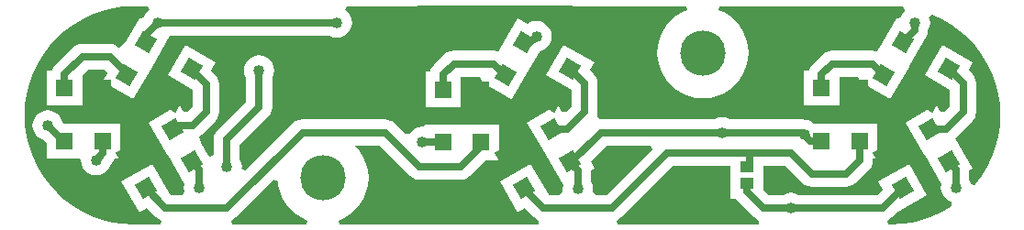
<source format=gtl>
%FSLAX25Y25*%
%MOIN*%
G70*
G01*
G75*
G04 Layer_Physical_Order=1*
G04 Layer_Color=255*
%ADD10R,0.05906X0.05906*%
%ADD11P,0.08352X4X195.0*%
%ADD12P,0.08352X4X75.0*%
%ADD13R,0.05000X0.04000*%
%ADD14C,0.02500*%
%ADD15C,0.16500*%
%ADD16C,0.04000*%
G36*
X1118000Y974500D02*
Y968500D01*
X1119931D01*
X1120612Y967612D01*
X1120612Y967612D01*
X1120612Y967612D01*
X1126612Y961612D01*
X1127604Y960851D01*
X1128438Y960506D01*
X1128145Y959035D01*
X1076855D01*
X1076562Y960506D01*
X1077057Y960711D01*
X1077396Y960851D01*
X1078388Y961612D01*
Y961612D01*
X1078388D01*
D01*
D01*
D01*
D01*
D01*
D01*
X1078388D01*
D01*
X1078388D01*
Y961612D01*
D01*
D01*
D01*
D01*
Y961612D01*
D01*
D01*
D01*
D01*
D01*
D01*
Y961612D01*
D01*
D01*
X1078388D01*
D01*
D01*
D01*
X1096984Y980209D01*
X1118000D01*
Y974500D01*
D02*
G37*
G36*
X1089548Y986323D02*
X1073015Y969791D01*
X1068894D01*
X1067905Y970919D01*
X1068048Y972000D01*
X1067858Y973436D01*
X1067304Y974774D01*
X1067291Y974791D01*
Y978654D01*
X1067282Y978726D01*
X1068613Y979494D01*
X1067185Y981967D01*
X1072927Y987709D01*
X1088974D01*
X1089548Y986323D01*
D02*
G37*
G36*
X953540Y974839D02*
X953653Y973411D01*
X954259Y970885D01*
X955253Y968486D01*
X956610Y966272D01*
X958297Y964297D01*
X960272Y962610D01*
X962486Y961253D01*
X964290Y960506D01*
X963997Y959035D01*
X936855D01*
X936562Y960506D01*
X937057Y960711D01*
X937395Y960851D01*
X938388Y961612D01*
X952133Y975358D01*
X953540Y974839D01*
D02*
G37*
G36*
X1180146Y1038305D02*
X1181081Y1038167D01*
X1181458Y1036714D01*
X1181077Y1036423D01*
X1180196Y1035274D01*
X1179861Y1034465D01*
X1178440Y1033983D01*
X1178230Y1034104D01*
X1171870Y1023089D01*
X1171870D01*
X1171870Y1023089D01*
X1171777Y1022928D01*
X1171558Y1022549D01*
X1171340Y1022171D01*
X1171247Y1022009D01*
X1171247D01*
X1171247Y1022009D01*
X1171215Y1021955D01*
X1170798Y1022128D01*
X1169558Y1022291D01*
X1155000D01*
X1153760Y1022128D01*
X1152604Y1021649D01*
X1151612Y1020888D01*
X1147723Y1016998D01*
X1146961Y1016006D01*
X1146585Y1015098D01*
X1144658D01*
Y1002193D01*
X1157563D01*
Y1012709D01*
X1164377D01*
X1165127Y1011410D01*
X1164887Y1010994D01*
X1176064Y1004541D01*
X1182516Y1015718D01*
Y1015718D01*
X1182516Y1015718D01*
X1182516D01*
X1182953Y1016475D01*
X1183047Y1016637D01*
X1183047D01*
X1183047Y1016637D01*
X1189406Y1027651D01*
X1189315Y1027704D01*
X1189628Y1028458D01*
X1189791Y1029698D01*
Y1029709D01*
X1189804Y1029726D01*
X1190358Y1031064D01*
X1190547Y1032500D01*
X1190358Y1033936D01*
X1190128Y1034491D01*
X1191163Y1035578D01*
X1191460Y1035471D01*
X1194987Y1033803D01*
X1198332Y1031798D01*
X1201465Y1029475D01*
X1204355Y1026855D01*
X1206975Y1023965D01*
X1209298Y1020832D01*
X1211303Y1017486D01*
X1212971Y1013960D01*
X1214285Y1010288D01*
X1215233Y1006504D01*
X1215805Y1002646D01*
X1215997Y998750D01*
X1215805Y994854D01*
X1215233Y990996D01*
X1214285Y987212D01*
X1212971Y983540D01*
X1211303Y980013D01*
X1209298Y976668D01*
X1206975Y973535D01*
X1206808Y973351D01*
X1205377Y973799D01*
X1205358Y973936D01*
X1204804Y975274D01*
X1204791Y975291D01*
Y978731D01*
X1206113Y979494D01*
X1199765Y990489D01*
X1205888Y996612D01*
X1206649Y997604D01*
X1206847Y998083D01*
X1207128Y998760D01*
X1207291Y1000000D01*
Y1010442D01*
X1207128Y1011682D01*
X1207128Y1011682D01*
Y1011682D01*
X1207128D01*
X1207128Y1011682D01*
D01*
D01*
D01*
Y1011682D01*
X1207128D01*
D01*
X1207128D01*
D01*
D01*
D01*
X1206649Y1012838D01*
X1205888Y1013830D01*
X1204502Y1015216D01*
X1206113Y1018006D01*
X1194936Y1024459D01*
X1188484Y1013282D01*
X1197709Y1007956D01*
Y1001985D01*
X1195676Y999951D01*
X1194189Y1000147D01*
X1192770Y1002604D01*
X1181594Y996151D01*
X1188047Y984975D01*
X1188047Y984975D01*
X1188484Y984218D01*
X1188484D01*
X1188484Y984218D01*
X1194600Y973623D01*
X1194452Y972500D01*
X1194642Y971064D01*
X1195196Y969726D01*
X1196077Y968577D01*
X1197226Y967696D01*
X1198255Y967270D01*
X1198413Y965991D01*
X1198379Y965737D01*
X1198332Y965702D01*
X1194987Y963697D01*
X1191460Y962029D01*
X1187788Y960715D01*
X1184004Y959767D01*
X1180146Y959195D01*
X1176423Y959012D01*
X1176250Y959035D01*
X1175236D01*
X1174943Y960506D01*
X1175438Y960711D01*
X1175776Y960851D01*
X1176769Y961612D01*
Y961612D01*
X1176769D01*
D01*
D01*
D01*
D01*
D01*
D01*
X1176769D01*
D01*
X1176769D01*
Y961612D01*
D01*
D01*
D01*
D01*
Y961612D01*
D01*
D01*
D01*
D01*
D01*
D01*
Y961612D01*
D01*
D01*
X1176769D01*
D01*
D01*
D01*
X1178993Y963837D01*
X1189406Y969849D01*
X1182953Y981025D01*
X1171777Y974572D01*
X1173388Y971782D01*
X1171397Y969791D01*
X1142791D01*
X1142774Y969804D01*
X1141436Y970358D01*
X1140000Y970547D01*
X1138564Y970358D01*
X1137226Y969804D01*
X1137209Y969791D01*
X1131985D01*
X1130000Y971776D01*
Y974500D01*
Y980209D01*
X1138015D01*
X1144112Y974112D01*
D01*
X1144112Y974112D01*
X1144112Y974112D01*
D01*
D01*
D01*
X1144112Y974112D01*
Y974112D01*
X1145105Y973351D01*
X1146260Y972872D01*
X1147500Y972709D01*
X1160000D01*
X1161240Y972872D01*
X1162057Y973211D01*
X1162395Y973351D01*
X1163388Y974112D01*
Y974112D01*
X1163388D01*
D01*
D01*
D01*
D01*
D01*
D01*
X1163388D01*
D01*
X1163388D01*
Y974112D01*
D01*
D01*
D01*
D01*
Y974112D01*
D01*
D01*
D01*
D01*
D01*
D01*
Y974112D01*
D01*
D01*
X1163388D01*
D01*
D01*
D01*
X1168388Y979112D01*
X1169149Y980105D01*
X1169628Y981260D01*
X1169791Y982500D01*
Y982902D01*
X1171342D01*
Y995807D01*
X1158437D01*
D01*
D01*
X1158437Y995807D01*
X1157563D01*
Y995807D01*
X1148418D01*
X1147676Y996377D01*
X1146338Y996931D01*
X1145389Y997056D01*
X1145215Y997128D01*
X1143975Y997291D01*
X1117791D01*
X1117774Y997304D01*
X1116436Y997858D01*
X1115000Y998048D01*
X1113564Y997858D01*
X1112226Y997304D01*
X1112209Y997291D01*
X1070942D01*
X1070395Y997219D01*
X1069482Y998409D01*
X1069628Y998760D01*
X1069791Y1000000D01*
Y1010442D01*
X1069628Y1011682D01*
X1069628Y1011682D01*
Y1011682D01*
X1069628D01*
X1069628Y1011682D01*
D01*
D01*
D01*
Y1011682D01*
X1069628D01*
D01*
X1069628D01*
D01*
D01*
D01*
X1069149Y1012838D01*
X1068388Y1013830D01*
X1067002Y1015216D01*
X1068613Y1018006D01*
X1057436Y1024459D01*
X1050984Y1013282D01*
X1060209Y1007956D01*
Y1001985D01*
X1058176Y999951D01*
X1056689Y1000147D01*
X1055270Y1002604D01*
X1044094Y996151D01*
X1050547Y984975D01*
X1050547Y984975D01*
X1050984Y984218D01*
X1050984D01*
X1050984Y984218D01*
X1057170Y973504D01*
X1057142Y973436D01*
X1056952Y972000D01*
X1057095Y970919D01*
X1056106Y969791D01*
X1051985D01*
X1051878Y969898D01*
X1045453Y981025D01*
X1034277Y974572D01*
X1040730Y963396D01*
X1043328Y964896D01*
X1046612Y961612D01*
X1047604Y960851D01*
X1048438Y960506D01*
X1048145Y959035D01*
X976003D01*
X975710Y960506D01*
X977514Y961253D01*
X979728Y962610D01*
X981703Y964297D01*
X983390Y966272D01*
X984747Y968486D01*
X985741Y970885D01*
X986347Y973411D01*
X986551Y976000D01*
X986347Y978589D01*
X985741Y981115D01*
X984747Y983514D01*
X983390Y985728D01*
X981703Y987703D01*
X981705Y987709D01*
X990516D01*
X1001612Y976612D01*
D01*
X1001612Y976612D01*
X1001612Y976612D01*
D01*
D01*
D01*
X1001612Y976612D01*
Y976612D01*
X1002604Y975851D01*
X1003760Y975372D01*
X1005000Y975209D01*
X1020000D01*
X1021240Y975372D01*
X1022057Y975711D01*
X1022396Y975851D01*
X1023388Y976612D01*
Y976612D01*
X1023388D01*
D01*
D01*
D01*
D01*
D01*
D01*
X1023388D01*
D01*
X1023388D01*
Y976612D01*
D01*
D01*
D01*
D01*
Y976612D01*
D01*
D01*
D01*
D01*
D01*
D01*
Y976612D01*
D01*
D01*
X1023388D01*
D01*
D01*
D01*
X1029177Y982402D01*
X1033842D01*
Y995307D01*
X1020937D01*
D01*
D01*
X1020937Y995307D01*
X1020063D01*
Y995307D01*
X1007158D01*
Y995307D01*
X1006402Y994645D01*
X1006086Y994686D01*
X1004650Y994497D01*
X1003312Y993943D01*
X1002163Y993061D01*
X1001358Y992012D01*
X999861Y991914D01*
X995888Y995888D01*
X994895Y996649D01*
X994557Y996789D01*
X993740Y997128D01*
X992500Y997291D01*
X962500D01*
X961260Y997128D01*
X960104Y996649D01*
X959112Y995888D01*
X941791Y978567D01*
X940446Y979230D01*
X940547Y980000D01*
X940358Y981436D01*
X939804Y982774D01*
X939791Y982791D01*
Y988015D01*
X950140Y998364D01*
X950901Y999356D01*
X951380Y1000512D01*
X951543Y1001752D01*
D01*
D01*
D01*
D01*
D01*
X951543D01*
D01*
D01*
D01*
D01*
Y1001752D01*
X951543D01*
D01*
Y1001752D01*
D01*
D01*
D01*
D01*
D01*
D01*
D01*
D01*
D01*
D01*
D01*
D01*
Y1001752D01*
D01*
X951543D01*
D01*
D01*
D01*
D01*
X951543Y1001752D01*
Y1012209D01*
X951556Y1012226D01*
X952110Y1013564D01*
X952299Y1015000D01*
X952110Y1016436D01*
X951556Y1017774D01*
X950675Y1018923D01*
X949526Y1019804D01*
X948188Y1020358D01*
X946752Y1020547D01*
X945316Y1020358D01*
X943978Y1019804D01*
X942829Y1018923D01*
X941948Y1017774D01*
X941393Y1016436D01*
X941204Y1015000D01*
X941393Y1013564D01*
X941948Y1012226D01*
X941961Y1012209D01*
Y1003736D01*
X931612Y993388D01*
X930851Y992395D01*
X930711Y992057D01*
X930372Y991240D01*
X930209Y990000D01*
Y984487D01*
X928864Y983823D01*
X928415Y984168D01*
X925757Y988771D01*
X924895Y990851D01*
X925888Y991612D01*
X930888Y996612D01*
X931649Y997604D01*
X932128Y998760D01*
X932291Y1000000D01*
Y1010000D01*
X932128Y1011240D01*
X931649Y1012395D01*
X930888Y1013388D01*
X929340Y1014935D01*
X931113Y1018006D01*
X919936Y1024459D01*
X913484Y1013282D01*
X922709Y1007956D01*
Y1001985D01*
X920676Y999951D01*
X919189Y1000147D01*
X917770Y1002604D01*
X906594Y996151D01*
X912953Y985137D01*
X912953Y985137D01*
X912953D01*
X913047Y984975D01*
X913484Y984218D01*
X913484D01*
D01*
D01*
D01*
X913484Y984218D01*
X913484D01*
X919600Y973623D01*
X919452Y972500D01*
X919642Y971064D01*
X919652Y971038D01*
X918819Y969791D01*
X914786D01*
X913965Y970612D01*
X907953Y981025D01*
X896777Y974572D01*
X903230Y963396D01*
X906020Y965007D01*
X909414Y961612D01*
X910406Y960851D01*
X911240Y960506D01*
X910947Y959035D01*
X901250D01*
X901077Y959012D01*
X897354Y959195D01*
X893496Y959767D01*
X889712Y960715D01*
X886040Y962029D01*
X882514Y963697D01*
X879168Y965702D01*
X876035Y968025D01*
X873145Y970645D01*
X870525Y973535D01*
X868202Y976668D01*
X866197Y980013D01*
X864529Y983540D01*
X863215Y987212D01*
X862267Y990996D01*
X861695Y994854D01*
X861503Y998750D01*
X861695Y1002646D01*
X862267Y1006504D01*
X863215Y1010288D01*
X864529Y1013960D01*
X866197Y1017486D01*
X868202Y1020832D01*
X870525Y1023965D01*
X873145Y1026855D01*
X876035Y1029475D01*
X879168Y1031798D01*
X882514Y1033803D01*
X886040Y1035471D01*
X889712Y1036785D01*
X893496Y1037733D01*
X897354Y1038305D01*
X901077Y1038488D01*
X901250Y1038465D01*
X906406D01*
X906888Y1037045D01*
X906077Y1036423D01*
X905196Y1035274D01*
X904861Y1034465D01*
X903440Y1033983D01*
X903230Y1034104D01*
X898620Y1026120D01*
X896011Y1023511D01*
X895786Y1023466D01*
X894895Y1024149D01*
X894557Y1024289D01*
X893740Y1024628D01*
X892500Y1024791D01*
X882500D01*
X881260Y1024628D01*
X880105Y1024149D01*
X879112Y1023388D01*
X872723Y1016998D01*
X871961Y1016006D01*
X871585Y1015098D01*
X869658D01*
Y1002193D01*
X882563D01*
Y1013288D01*
X884484Y1015209D01*
X890516D01*
X891660Y1014065D01*
X889887Y1010994D01*
X901064Y1004541D01*
X907516Y1015718D01*
Y1015718D01*
X907516Y1015718D01*
X907516D01*
X907953Y1016475D01*
X907953D01*
X907953Y1016475D01*
X914406Y1027651D01*
X914406D01*
X914406Y1027651D01*
D01*
D01*
Y1027651D01*
X914421Y1027709D01*
X972209D01*
X972226Y1027696D01*
X973564Y1027142D01*
X975000Y1026952D01*
X976436Y1027142D01*
X977774Y1027696D01*
X978923Y1028577D01*
X979804Y1029726D01*
X980358Y1031064D01*
X980548Y1032500D01*
X980358Y1033936D01*
X979804Y1035274D01*
X978923Y1036423D01*
X978111Y1037045D01*
X978594Y1038465D01*
X1101997D01*
X1102290Y1036994D01*
X1100486Y1036247D01*
X1098272Y1034890D01*
X1096297Y1033203D01*
X1094610Y1031228D01*
X1093253Y1029014D01*
X1092259Y1026615D01*
X1091653Y1024089D01*
X1091449Y1021500D01*
X1091653Y1018911D01*
X1092259Y1016385D01*
X1093253Y1013986D01*
X1094610Y1011772D01*
X1096297Y1009797D01*
X1098272Y1008110D01*
X1100486Y1006753D01*
X1102885Y1005759D01*
X1105411Y1005153D01*
X1108000Y1004949D01*
X1110589Y1005153D01*
X1113115Y1005759D01*
X1115514Y1006753D01*
X1117728Y1008110D01*
X1119703Y1009797D01*
X1121390Y1011772D01*
X1122747Y1013986D01*
X1123741Y1016385D01*
X1124347Y1018911D01*
X1124551Y1021500D01*
X1124347Y1024089D01*
X1123741Y1026615D01*
X1122747Y1029014D01*
X1121390Y1031228D01*
X1119703Y1033203D01*
X1117728Y1034890D01*
X1115514Y1036247D01*
X1113710Y1036994D01*
X1114003Y1038465D01*
X1176250D01*
X1176423Y1038488D01*
X1180146Y1038305D01*
D02*
G37*
%LPC*%
G36*
X1040730Y1034104D02*
X1034370Y1023089D01*
X1034370D01*
D01*
D01*
X1034370D01*
X1034370Y1023089D01*
X1034277Y1022928D01*
X1034058Y1022549D01*
X1033840Y1022171D01*
X1033747Y1022009D01*
X1033747D01*
X1033747Y1022009D01*
X1033715Y1021955D01*
X1033298Y1022128D01*
X1032058Y1022291D01*
X1017500D01*
X1016260Y1022128D01*
X1015104Y1021649D01*
X1014112Y1020888D01*
X1010223Y1016998D01*
X1009461Y1016006D01*
X1008982Y1014850D01*
X1008949Y1014598D01*
X1007158D01*
Y1001693D01*
X1020063D01*
Y1012709D01*
X1026877D01*
X1027627Y1011410D01*
X1027387Y1010994D01*
X1037645Y1005072D01*
X1037645D01*
X1038564Y1004541D01*
X1039094Y1005460D01*
X1039094D01*
X1045016Y1015718D01*
Y1015718D01*
X1045016Y1015718D01*
X1045016D01*
X1045453Y1016475D01*
X1045547Y1016637D01*
X1045547D01*
X1045547D01*
D01*
D01*
Y1016637D01*
X1048514Y1021777D01*
X1048677Y1021902D01*
Y1021902D01*
X1048677D01*
D01*
D01*
D01*
D01*
D01*
D01*
X1048677D01*
D01*
X1048677D01*
Y1021902D01*
D01*
D01*
D01*
D01*
Y1021902D01*
D01*
D01*
D01*
Y1021902D01*
D01*
D01*
X1048677D01*
D01*
D01*
D01*
X1048914Y1022139D01*
X1048936Y1022142D01*
X1050274Y1022696D01*
X1051423Y1023577D01*
X1052304Y1024726D01*
X1052858Y1026064D01*
X1053047Y1027500D01*
X1052858Y1028936D01*
X1052304Y1030274D01*
X1051423Y1031423D01*
X1050274Y1032304D01*
X1048936Y1032858D01*
X1047500Y1033047D01*
X1046064Y1032858D01*
X1044726Y1032304D01*
X1044349Y1032015D01*
X1040730Y1034104D01*
D02*
G37*
G36*
X870000Y1000548D02*
X868564Y1000358D01*
X867226Y999804D01*
X866077Y998923D01*
X865196Y997774D01*
X864642Y996436D01*
X864452Y995000D01*
X864642Y993564D01*
X865196Y992226D01*
X866077Y991077D01*
X867226Y990196D01*
X868564Y989642D01*
X868586Y989639D01*
X869658Y988567D01*
Y982902D01*
X881600D01*
X881952Y982500D01*
X882142Y981064D01*
X882696Y979726D01*
X883577Y978577D01*
X884726Y977696D01*
X886064Y977142D01*
X887500Y976952D01*
X888936Y977142D01*
X890274Y977696D01*
X891423Y978577D01*
X892304Y979726D01*
X892858Y981064D01*
X892861Y981086D01*
X893277Y981502D01*
X894039Y982494D01*
X894208Y982902D01*
X896342D01*
Y995807D01*
X883437D01*
D01*
D01*
X883437Y995807D01*
X882563D01*
Y995807D01*
X875968D01*
X875361Y996414D01*
X875358Y996436D01*
X874804Y997774D01*
X873923Y998923D01*
X872774Y999804D01*
X871436Y1000358D01*
X870000Y1000548D01*
D02*
G37*
%LPD*%
D10*
X876110Y1008646D02*
D03*
X889890D02*
D03*
X876110Y989354D02*
D03*
X889890D02*
D03*
X1013610Y1008146D02*
D03*
X1027390D02*
D03*
X1013610Y988854D02*
D03*
X1027390D02*
D03*
X1151110Y1008646D02*
D03*
X1164890D02*
D03*
X1151110Y989354D02*
D03*
X1164890D02*
D03*
D11*
X922298Y1015644D02*
D03*
X915409Y1003710D02*
D03*
X905591Y1025290D02*
D03*
X898702Y1013356D02*
D03*
X1059798Y1015644D02*
D03*
X1052909Y1003710D02*
D03*
X1043091Y1025290D02*
D03*
X1036202Y1013356D02*
D03*
X1197298Y1015644D02*
D03*
X1190409Y1003710D02*
D03*
X1180591Y1025290D02*
D03*
X1173702Y1013356D02*
D03*
D12*
X905591Y972211D02*
D03*
X898702Y984144D02*
D03*
X922298Y981856D02*
D03*
X915409Y993789D02*
D03*
X1036202Y984144D02*
D03*
X1059798Y981856D02*
D03*
X1052909Y993789D02*
D03*
X1180591Y972211D02*
D03*
X1173702Y984144D02*
D03*
X1197298Y981856D02*
D03*
X1190409Y993789D02*
D03*
X1043091Y972211D02*
D03*
D13*
X1124000Y980000D02*
D03*
Y974000D02*
D03*
D14*
X1005000Y980000D02*
X1020000D01*
X1027390Y987390D02*
Y988854D01*
X1020000Y980000D02*
X1027390Y987390D01*
X992500Y992500D02*
X1005000Y980000D01*
X1143975Y992500D02*
X1147120Y989354D01*
X1070942Y992500D02*
X1143975D01*
X1147120Y989354D02*
X1151110D01*
X1059798Y981356D02*
X1070942Y992500D01*
X1185000Y1029698D02*
Y1032500D01*
X1180591Y1025290D02*
X1185000Y1029698D01*
X1060000Y1037500D02*
X1097500Y1000000D01*
X1005000Y1037500D02*
X1060000D01*
X982500Y1015000D02*
X1005000Y1037500D01*
X962500Y1015000D02*
X982500D01*
X1043091Y1024790D02*
Y1025290D01*
X1045290D01*
X1047500Y1027500D01*
X1041210Y1003211D02*
X1052909D01*
X1036202Y983644D02*
X1037500Y984942D01*
X1022500Y967500D02*
X1036202Y981202D01*
X1005000Y967500D02*
X1022500D01*
X1036202Y981202D02*
Y983644D01*
X1122500Y1000000D02*
X1145000Y1022500D01*
X1097500Y1000000D02*
X1122500D01*
X935000Y990000D02*
X946752Y1001752D01*
Y1015000D01*
X935000Y980000D02*
Y990000D01*
X962500Y1005000D02*
Y1015000D01*
X942500Y985000D02*
X962500Y1005000D01*
X910000Y1032500D02*
X975000D01*
X887500Y982500D02*
X889890Y984890D01*
Y989354D01*
X935000Y965000D02*
X962500Y992500D01*
X912802Y965000D02*
X935000D01*
X905591Y972211D02*
X912802Y965000D01*
X905591Y1025290D02*
Y1028092D01*
X910000Y1032500D01*
X922298Y981856D02*
X925000Y979154D01*
Y972500D02*
Y979154D01*
X875646Y989354D02*
X876110D01*
X870000Y995000D02*
X875646Y989354D01*
X1059798Y981356D02*
X1062500Y978654D01*
Y972000D02*
Y978654D01*
X1013146Y988854D02*
X1013610D01*
X1006086Y989139D02*
X1013146Y988854D01*
X889890Y1008646D02*
X891354D01*
X900000Y1000000D01*
Y985442D02*
Y1000000D01*
X898702Y984144D02*
X900000Y985442D01*
X903710Y1003710D02*
X915409D01*
X900000Y1000000D02*
X903710Y1003710D01*
X1027390Y1008146D02*
X1028854D01*
X1037500Y999500D01*
Y984942D02*
Y999500D01*
X1041210Y1003211D01*
X1200000Y972500D02*
Y979154D01*
X1197298Y981856D02*
X1200000Y979154D01*
X1175000Y1000000D02*
X1178710Y1003710D01*
X1190409D01*
X1173702Y984144D02*
X1175000Y985442D01*
Y1000000D01*
X1166354Y1008646D02*
X1175000Y1000000D01*
X1164890Y1008646D02*
X1166354D01*
X1173381Y965000D02*
X1180591Y972211D01*
X1190409Y993789D02*
X1196290D01*
X1202500Y1000000D01*
Y1010442D01*
X1197298Y1015644D02*
X1202500Y1010442D01*
X1169558Y1017500D02*
X1173702Y1013356D01*
X1155000Y1017500D02*
X1169558D01*
X1151110Y1013610D02*
X1155000Y1017500D01*
X1151110Y1008646D02*
Y1013610D01*
X1065000Y1000000D02*
Y1010442D01*
X1059798Y1015644D02*
X1065000Y1010442D01*
X1058790Y993789D02*
X1065000Y1000000D01*
X1052909Y993789D02*
X1058790D01*
X1032058Y1017500D02*
X1036202Y1013356D01*
X1017500Y1017500D02*
X1032058D01*
X1013610Y1013610D02*
X1017500Y1017500D01*
X1013610Y1008146D02*
Y1013610D01*
X962500Y992500D02*
X992500D01*
X915409Y993789D02*
X916619Y995000D01*
X922500D01*
X927500Y1000000D01*
Y1010000D01*
X922298Y1015202D02*
X927500Y1010000D01*
X922298Y1015202D02*
Y1015644D01*
X897500Y1014558D02*
X898702Y1013356D01*
X897500Y1014558D02*
Y1015000D01*
X892500Y1020000D02*
X897500Y1015000D01*
X882500Y1020000D02*
X892500D01*
X876110Y1013610D02*
X882500Y1020000D01*
X876110Y1008646D02*
Y1013610D01*
X1043091Y971908D02*
X1050000Y965000D01*
X1043091Y971908D02*
Y972211D01*
X1050000Y965000D02*
X1075000D01*
X1095000Y985000D01*
X1140000D02*
X1147500Y977500D01*
X1160000D01*
X1165000Y982500D01*
Y989244D01*
X1164890Y989354D02*
X1165000Y989244D01*
X1124000Y980000D02*
X1125000Y981000D01*
Y985000D01*
X1095000D02*
X1140000D01*
X1124000Y971000D02*
Y974000D01*
Y971000D02*
X1130000Y965000D01*
X1173381D01*
D15*
X1108000Y1021500D02*
D03*
X970000Y976000D02*
D03*
D16*
X1115000Y992500D02*
D03*
X1005000Y967500D02*
D03*
X975000Y1032500D02*
D03*
X946752Y1015000D02*
D03*
X962500D02*
D03*
X942500Y985000D02*
D03*
X935000Y980000D02*
D03*
X887500Y982500D02*
D03*
X1097500Y1000000D02*
D03*
X1145000Y1022500D02*
D03*
X870000Y995000D02*
D03*
X910000Y1032500D02*
D03*
X925000Y972500D02*
D03*
X1006086Y989139D02*
D03*
X1047500Y1027500D02*
D03*
X1062500Y972000D02*
D03*
X900000Y1000000D02*
D03*
X1037500Y999500D02*
D03*
X1175000Y1000000D02*
D03*
X1200000Y972500D02*
D03*
X1185000Y1032500D02*
D03*
X1144902Y991572D02*
D03*
X1140000Y965000D02*
D03*
M02*

</source>
